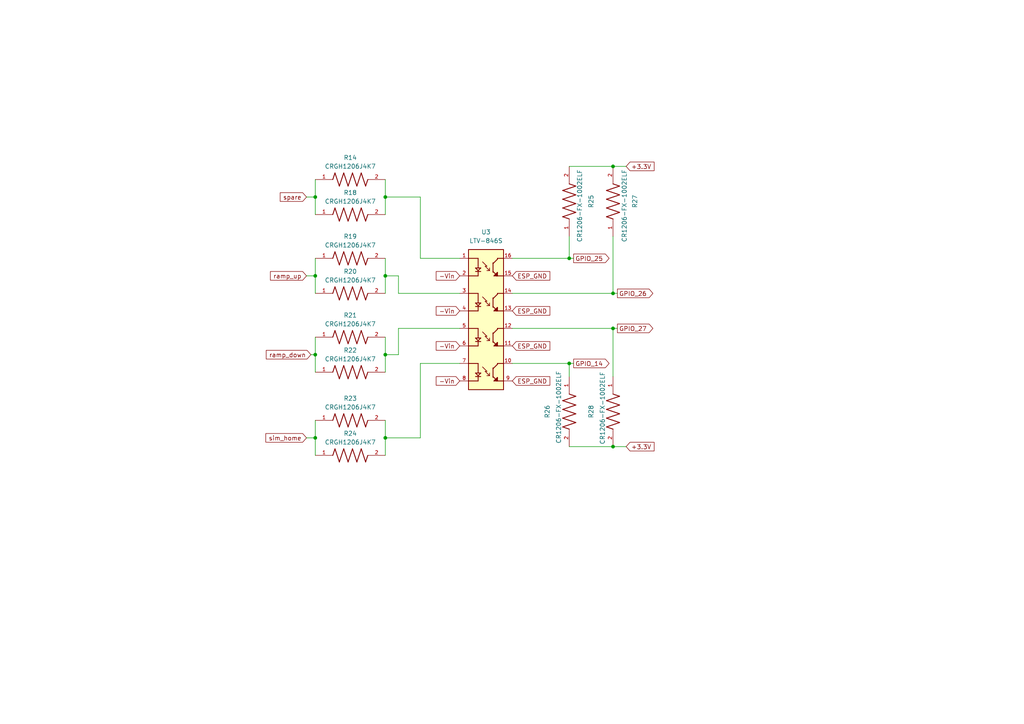
<source format=kicad_sch>
(kicad_sch (version 20250114) (generator "eeschema") (generator_version "9.0")
  (paper "A4")
  (lib_symbols
    (symbol "CR1206-FX-1002ELF:CR1206-FX-1002ELF" (pin_names (offset 1.016))
      (property "Reference" "R" (at -7.6244 2.5415 0))
      (property "Value" "CR1206-FX-1002ELF" (at -7.63 -5.0866 0))
      (symbol "CR1206-FX-1002ELF_0_0"
        (polyline (pts (xy -5.08 0) (xy -4.445 1.905)) (stroke (width 0.254)))
        (polyline (pts (xy -4.445 1.905) (xy -3.175 -1.905)) (stroke (width 0.254)))
        (polyline (pts (xy -3.175 -1.905) (xy -1.905 1.905)) (stroke (width 0.254)))
        (polyline (pts (xy -1.905 1.905) (xy -0.635 -1.905)) (stroke (width 0.254)))
        (polyline (pts (xy -0.635 -1.905) (xy 0.635 1.905)) (stroke (width 0.254)))
        (polyline (pts (xy 0.635 1.905) (xy 1.905 -1.905)) (stroke (width 0.254)))
        (polyline (pts (xy 1.905 -1.905) (xy 3.175 1.905)) (stroke (width 0.254)))
        (polyline (pts (xy 3.175 1.905) (xy 4.445 -1.905)) (stroke (width 0.254)))
        (polyline (pts (xy 4.445 -1.905) (xy 5.08 0)) (stroke (width 0.254)))
        (pin passive line (at -10.16 0 0) (length 5.08) (name "~") (number "1"))
        (pin passive line (at 10.16 0 180) (length 5.08) (name "~") (number "2"))
      )
    )
    (symbol "CRGH1206J4K7:CRGH1206J4K7" (pin_names (offset 1.016))
      (property "Reference" "R" (at -7.6244 2.5415 0))
      (property "Value" "CRGH1206J4K7" (at -7.63 -5.0866 0))
      (symbol "CRGH1206J4K7_0_0"
        (polyline (pts (xy -5.08 0) (xy -4.445 1.905)) (stroke (width 0.254)))
        (polyline (pts (xy -4.445 1.905) (xy -3.175 -1.905)) (stroke (width 0.254)))
        (polyline (pts (xy -3.175 -1.905) (xy -1.905 1.905)) (stroke (width 0.254)))
        (polyline (pts (xy -1.905 1.905) (xy -0.635 -1.905)) (stroke (width 0.254)))
        (polyline (pts (xy -0.635 -1.905) (xy 0.635 1.905)) (stroke (width 0.254)))
        (polyline (pts (xy 0.635 1.905) (xy 1.905 -1.905)) (stroke (width 0.254)))
        (polyline (pts (xy 1.905 -1.905) (xy 3.175 1.905)) (stroke (width 0.254)))
        (polyline (pts (xy 3.175 1.905) (xy 4.445 -1.905)) (stroke (width 0.254)))
        (polyline (pts (xy 4.445 -1.905) (xy 5.08 0)) (stroke (width 0.254)))
        (pin passive line (at -10.16 0 0) (length 5.08) (name "~") (number "1"))
        (pin passive line (at 10.16 0 180) (length 5.08) (name "~") (number "2"))
      )
    )
    (symbol "LTV-846S:LTV-846S" (pin_names (offset 1.016))
      (property "Reference" "U" (at -5.08 21.082 0))
      (property "Value" "LTV-846S" (at -5.08 -22.86 0))
      (symbol "LTV-846S_0_0"
        (polyline (pts (xy -5.08 17.78) (xy -2.286 17.78)) (stroke (width 0.254)))
        (polyline (pts (xy -5.08 7.62) (xy -2.286 7.62)) (stroke (width 0.254)))
        (polyline (pts (xy -5.08 -2.54) (xy -2.286 -2.54)) (stroke (width 0.254)))
        (polyline (pts (xy -5.08 -12.7) (xy -2.286 -12.7)) (stroke (width 0.254)))
        (rectangle (start -5.08 -20.32) (end 5.08 20.32) (stroke (width 0.254)) (fill (type background)))
        (polyline (pts (xy -3.048 14.986) (xy -2.286 14.224)) (stroke (width 0.254)))
        (polyline (pts (xy -3.048 13.97) (xy -1.524 13.97)) (stroke (width 0.254)))
        (polyline (pts (xy -3.048 4.826) (xy -2.286 4.064)) (stroke (width 0.254)))
        (polyline (pts (xy -3.048 3.81) (xy -1.524 3.81)) (stroke (width 0.254)))
        (polyline (pts (xy -3.048 -5.334) (xy -2.286 -6.096)) (stroke (width 0.254)))
        (polyline (pts (xy -3.048 -6.35) (xy -1.524 -6.35)) (stroke (width 0.254)))
        (polyline (pts (xy -3.048 -15.494) (xy -2.286 -16.256)) (stroke (width 0.254)))
        (polyline (pts (xy -3.048 -16.51) (xy -1.524 -16.51)) (stroke (width 0.254)))
        (polyline (pts (xy -2.286 17.78) (xy -2.286 14.986)) (stroke (width 0.254)))
        (polyline (pts (xy -2.286 14.986) (xy -3.048 14.986)) (stroke (width 0.254)))
        (polyline (pts (xy -2.286 14.986) (xy -1.524 14.986)) (stroke (width 0.254)))
        (polyline (pts (xy -2.286 14.224) (xy -1.524 14.986)) (stroke (width 0.254)))
        (polyline (pts (xy -2.286 13.97) (xy -2.286 12.7)) (stroke (width 0.254)))
        (polyline (pts (xy -2.286 12.7) (xy -5.08 12.7)) (stroke (width 0.254)))
        (polyline (pts (xy -2.286 7.62) (xy -2.286 4.826)) (stroke (width 0.254)))
        (polyline (pts (xy -2.286 4.826) (xy -3.048 4.826)) (stroke (width 0.254)))
        (polyline (pts (xy -2.286 4.826) (xy -1.524 4.826)) (stroke (width 0.254)))
        (polyline (pts (xy -2.286 4.064) (xy -1.524 4.826)) (stroke (width 0.254)))
        (polyline (pts (xy -2.286 3.81) (xy -2.286 2.54)) (stroke (width 0.254)))
        (polyline (pts (xy -2.286 2.54) (xy -5.08 2.54)) (stroke (width 0.254)))
        (polyline (pts (xy -2.286 -2.54) (xy -2.286 -5.334)) (stroke (width 0.254)))
        (polyline (pts (xy -2.286 -5.334) (xy -3.048 -5.334)) (stroke (width 0.254)))
        (polyline (pts (xy -2.286 -5.334) (xy -1.524 -5.334)) (stroke (width 0.254)))
        (polyline (pts (xy -2.286 -6.096) (xy -1.524 -5.334)) (stroke (width 0.254)))
        (polyline (pts (xy -2.286 -6.35) (xy -2.286 -7.62)) (stroke (width 0.254)))
        (polyline (pts (xy -2.286 -7.62) (xy -5.08 -7.62)) (stroke (width 0.254)))
        (polyline (pts (xy -2.286 -12.7) (xy -2.286 -15.494)) (stroke (width 0.254)))
        (polyline (pts (xy -2.286 -15.494) (xy -3.048 -15.494)) (stroke (width 0.254)))
        (polyline (pts (xy -2.286 -15.494) (xy -1.524 -15.494)) (stroke (width 0.254)))
        (polyline (pts (xy -2.286 -16.256) (xy -1.524 -15.494)) (stroke (width 0.254)))
        (polyline (pts (xy -2.286 -16.51) (xy -2.286 -17.78)) (stroke (width 0.254)))
        (polyline (pts (xy -2.286 -17.78) (xy -5.08 -17.78)) (stroke (width 0.254)))
        (polyline (pts (xy -1.016 16.764) (xy 0.254 15.494)) (stroke (width 0.2032)))
        (polyline (pts (xy -1.016 6.604) (xy 0.254 5.334)) (stroke (width 0.2032)))
        (polyline (pts (xy -1.016 -3.556) (xy 0.254 -4.826)) (stroke (width 0.2032)))
        (polyline (pts (xy -1.016 -13.716) (xy 0.254 -14.986)) (stroke (width 0.2032)))
        (polyline (pts (xy -0.254 15.494) (xy 1.016 14.224)) (stroke (width 0.2032)))
        (polyline (pts (xy -0.254 5.334) (xy 1.016 4.064)) (stroke (width 0.2032)))
        (polyline (pts (xy -0.254 -4.826) (xy 1.016 -6.096)) (stroke (width 0.2032)))
        (polyline (pts (xy -0.254 -14.986) (xy 1.016 -16.256)) (stroke (width 0.2032)))
        (polyline (pts (xy 0.254 15.494) (xy -0.254 15.494)) (stroke (width 0.2032)))
        (polyline (pts (xy 0.254 5.334) (xy -0.254 5.334)) (stroke (width 0.2032)))
        (polyline (pts (xy 0.254 -4.826) (xy -0.254 -4.826)) (stroke (width 0.2032)))
        (polyline (pts (xy 0.254 -14.986) (xy -0.254 -14.986)) (stroke (width 0.2032)))
        (polyline (pts (xy 1.016 14.224) (xy 0.254 14.224)) (stroke (width 0.2032)))
        (polyline (pts (xy 1.016 14.224) (xy 1.016 14.986)) (stroke (width 0.2032)))
        (polyline (pts (xy 1.016 4.064) (xy 0.254 4.064)) (stroke (width 0.2032)))
        (polyline (pts (xy 1.016 4.064) (xy 1.016 4.826)) (stroke (width 0.2032)))
        (polyline (pts (xy 1.016 -6.096) (xy 0.254 -6.096)) (stroke (width 0.2032)))
        (polyline (pts (xy 1.016 -6.096) (xy 1.016 -5.334)) (stroke (width 0.2032)))
        (polyline (pts (xy 1.016 -16.256) (xy 0.254 -16.256)) (stroke (width 0.2032)))
        (polyline (pts (xy 1.016 -16.256) (xy 1.016 -15.494)) (stroke (width 0.2032)))
        (polyline (pts (xy 2.032 16.256) (xy 2.032 16.51)) (stroke (width 0.254)))
        (polyline (pts (xy 2.032 16.256) (xy 2.032 13.97)) (stroke (width 0.254)))
        (polyline (pts (xy 2.032 13.97) (xy 2.032 13.716)) (stroke (width 0.254)))
        (polyline (pts (xy 2.032 13.97) (xy 3.302 12.7)) (stroke (width 0.254)))
        (polyline (pts (xy 2.032 6.096) (xy 2.032 6.35)) (stroke (width 0.254)))
        (polyline (pts (xy 2.032 6.096) (xy 2.032 3.81)) (stroke (width 0.254)))
        (polyline (pts (xy 2.032 3.81) (xy 2.032 3.556)) (stroke (width 0.254)))
        (polyline (pts (xy 2.032 3.81) (xy 3.302 2.54)) (stroke (width 0.254)))
        (polyline (pts (xy 2.032 -4.064) (xy 2.032 -3.81)) (stroke (width 0.254)))
        (polyline (pts (xy 2.032 -4.064) (xy 2.032 -6.35)) (stroke (width 0.254)))
        (polyline (pts (xy 2.032 -6.35) (xy 2.032 -6.604)) (stroke (width 0.254)))
        (polyline (pts (xy 2.032 -6.35) (xy 3.302 -7.62)) (stroke (width 0.254)))
        (polyline (pts (xy 2.032 -14.224) (xy 2.032 -13.97)) (stroke (width 0.254)))
        (polyline (pts (xy 2.032 -14.224) (xy 2.032 -16.51)) (stroke (width 0.254)))
        (polyline (pts (xy 2.032 -16.51) (xy 2.032 -16.764)) (stroke (width 0.254)))
        (polyline (pts (xy 2.032 -16.51) (xy 3.302 -17.78)) (stroke (width 0.254)))
        (polyline (pts (xy 2.286 12.7) (xy 3.048 12.7)) (stroke (width 0.254)))
        (polyline (pts (xy 2.286 2.54) (xy 3.048 2.54)) (stroke (width 0.254)))
        (polyline (pts (xy 2.286 -7.62) (xy 3.048 -7.62)) (stroke (width 0.254)))
        (polyline (pts (xy 2.286 -17.78) (xy 3.048 -17.78)) (stroke (width 0.254)))
        (polyline (pts (xy 2.54 12.954) (xy 2.286 12.7)) (stroke (width 0.254)))
        (polyline (pts (xy 2.54 12.954) (xy 2.794 12.954)) (stroke (width 0.254)))
        (polyline (pts (xy 2.54 2.794) (xy 2.286 2.54)) (stroke (width 0.254)))
        (polyline (pts (xy 2.54 2.794) (xy 2.794 2.794)) (stroke (width 0.254)))
        (polyline (pts (xy 2.54 -7.366) (xy 2.286 -7.62)) (stroke (width 0.254)))
        (polyline (pts (xy 2.54 -7.366) (xy 2.794 -7.366)) (stroke (width 0.254)))
        (polyline (pts (xy 2.54 -17.526) (xy 2.286 -17.78)) (stroke (width 0.254)))
        (polyline (pts (xy 2.54 -17.526) (xy 2.794 -17.526)) (stroke (width 0.254)))
        (polyline (pts (xy 2.794 12.954) (xy 3.048 12.7)) (stroke (width 0.254)))
        (polyline (pts (xy 2.794 2.794) (xy 3.048 2.54)) (stroke (width 0.254)))
        (polyline (pts (xy 2.794 -7.366) (xy 3.048 -7.62)) (stroke (width 0.254)))
        (polyline (pts (xy 2.794 -17.526) (xy 3.048 -17.78)) (stroke (width 0.254)))
        (polyline (pts (xy 3.048 13.208) (xy 2.794 12.954)) (stroke (width 0.254)))
        (polyline (pts (xy 3.048 13.208) (xy 3.302 13.462)) (stroke (width 0.254)))
        (polyline (pts (xy 3.048 12.7) (xy 3.048 13.208)) (stroke (width 0.254)))
        (polyline (pts (xy 3.048 12.7) (xy 3.302 12.7)) (stroke (width 0.254)))
        (polyline (pts (xy 3.048 3.048) (xy 2.794 2.794)) (stroke (width 0.254)))
        (polyline (pts (xy 3.048 3.048) (xy 3.302 3.302)) (stroke (width 0.254)))
        (polyline (pts (xy 3.048 2.54) (xy 3.048 3.048)) (stroke (width 0.254)))
        (polyline (pts (xy 3.048 2.54) (xy 3.302 2.54)) (stroke (width 0.254)))
        (polyline (pts (xy 3.048 -7.112) (xy 2.794 -7.366)) (stroke (width 0.254)))
        (polyline (pts (xy 3.048 -7.112) (xy 3.302 -6.858)) (stroke (width 0.254)))
        (polyline (pts (xy 3.048 -7.62) (xy 3.048 -7.112)) (stroke (width 0.254)))
        (polyline (pts (xy 3.048 -7.62) (xy 3.302 -7.62)) (stroke (width 0.254)))
        (polyline (pts (xy 3.048 -17.272) (xy 2.794 -17.526)) (stroke (width 0.254)))
        (polyline (pts (xy 3.048 -17.272) (xy 3.302 -17.018)) (stroke (width 0.254)))
        (polyline (pts (xy 3.048 -17.78) (xy 3.048 -17.272)) (stroke (width 0.254)))
        (polyline (pts (xy 3.048 -17.78) (xy 3.302 -17.78)) (stroke (width 0.254)))
        (polyline (pts (xy 3.302 17.78) (xy 3.302 17.526)) (stroke (width 0.254)))
        (polyline (pts (xy 3.302 17.526) (xy 2.032 16.256)) (stroke (width 0.254)))
        (polyline (pts (xy 3.302 13.716) (xy 2.54 12.954)) (stroke (width 0.254)))
        (polyline (pts (xy 3.302 13.462) (xy 3.302 13.716)) (stroke (width 0.254)))
        (polyline (pts (xy 3.302 12.954) (xy 3.048 13.208)) (stroke (width 0.254)))
        (polyline (pts (xy 3.302 12.954) (xy 3.302 13.462)) (stroke (width 0.254)))
        (polyline (pts (xy 3.302 12.7) (xy 3.302 12.954)) (stroke (width 0.254)))
        (polyline (pts (xy 3.302 12.7) (xy 5.08 12.7)) (stroke (width 0.254)))
        (polyline (pts (xy 3.302 7.62) (xy 3.302 7.366)) (stroke (width 0.254)))
        (polyline (pts (xy 3.302 7.366) (xy 2.032 6.096)) (stroke (width 0.254)))
        (polyline (pts (xy 3.302 3.556) (xy 2.54 2.794)) (stroke (width 0.254)))
        (polyline (pts (xy 3.302 3.302) (xy 3.302 3.556)) (stroke (width 0.254)))
        (polyline (pts (xy 3.302 2.794) (xy 3.048 3.048)) (stroke (width 0.254)))
        (polyline (pts (xy 3.302 2.794) (xy 3.302 3.302)) (stroke (width 0.254)))
        (polyline (pts (xy 3.302 2.54) (xy 3.302 2.794)) (stroke (width 0.254)))
        (polyline (pts (xy 3.302 2.54) (xy 5.08 2.54)) (stroke (width 0.254)))
        (polyline (pts (xy 3.302 -2.54) (xy 3.302 -2.794)) (stroke (width 0.254)))
        (polyline (pts (xy 3.302 -2.794) (xy 2.032 -4.064)) (stroke (width 0.254)))
        (polyline (pts (xy 3.302 -6.604) (xy 2.54 -7.366)) (stroke (width 0.254)))
        (polyline (pts (xy 3.302 -6.858) (xy 3.302 -6.604)) (stroke (width 0.254)))
        (polyline (pts (xy 3.302 -7.366) (xy 3.048 -7.112)) (stroke (width 0.254)))
        (polyline (pts (xy 3.302 -7.366) (xy 3.302 -6.858)) (stroke (width 0.254)))
        (polyline (pts (xy 3.302 -7.62) (xy 3.302 -7.366)) (stroke (width 0.254)))
        (polyline (pts (xy 3.302 -7.62) (xy 5.08 -7.62)) (stroke (width 0.254)))
        (polyline (pts (xy 3.302 -12.7) (xy 3.302 -12.954)) (stroke (width 0.254)))
        (polyline (pts (xy 3.302 -12.954) (xy 2.032 -14.224)) (stroke (width 0.254)))
        (polyline (pts (xy 3.302 -16.764) (xy 2.54 -17.526)) (stroke (width 0.254)))
        (polyline (pts (xy 3.302 -17.018) (xy 3.302 -16.764)) (stroke (width 0.254)))
        (polyline (pts (xy 3.302 -17.526) (xy 3.048 -17.272)) (stroke (width 0.254)))
        (polyline (pts (xy 3.302 -17.526) (xy 3.302 -17.018)) (stroke (width 0.254)))
        (polyline (pts (xy 3.302 -17.78) (xy 3.302 -17.526)) (stroke (width 0.254)))
        (polyline (pts (xy 3.302 -17.78) (xy 5.08 -17.78)) (stroke (width 0.254)))
        (polyline (pts (xy 5.08 17.78) (xy 3.302 17.78)) (stroke (width 0.254)))
        (polyline (pts (xy 5.08 7.62) (xy 3.302 7.62)) (stroke (width 0.254)))
        (polyline (pts (xy 5.08 -2.54) (xy 3.302 -2.54)) (stroke (width 0.254)))
        (polyline (pts (xy 5.08 -12.7) (xy 3.302 -12.7)) (stroke (width 0.254)))
        (pin passive line (at -7.62 17.78 0) (length 2.54) (name "~") (number "1"))
        (pin passive line (at -7.62 12.7 0) (length 2.54) (name "~") (number "2"))
        (pin passive line (at -7.62 7.62 0) (length 2.54) (name "~") (number "3"))
        (pin passive line (at -7.62 2.54 0) (length 2.54) (name "~") (number "4"))
        (pin passive line (at -7.62 -2.54 0) (length 2.54) (name "~") (number "5"))
        (pin passive line (at -7.62 -7.62 0) (length 2.54) (name "~") (number "6"))
        (pin passive line (at -7.62 -12.7 0) (length 2.54) (name "~") (number "7"))
        (pin passive line (at -7.62 -17.78 0) (length 2.54) (name "~") (number "8"))
        (pin passive line (at 7.62 17.78 180) (length 2.54) (name "~") (number "16"))
        (pin passive line (at 7.62 12.7 180) (length 2.54) (name "~") (number "15"))
        (pin passive line (at 7.62 7.62 180) (length 2.54) (name "~") (number "14"))
        (pin passive line (at 7.62 2.54 180) (length 2.54) (name "~") (number "13"))
        (pin passive line (at 7.62 -2.54 180) (length 2.54) (name "~") (number "12"))
        (pin passive line (at 7.62 -7.62 180) (length 2.54) (name "~") (number "11"))
        (pin passive line (at 7.62 -12.7 180) (length 2.54) (name "~") (number "10"))
        (pin passive line (at 7.62 -17.78 180) (length 2.54) (name "~") (number "9"))
      )
    )
  )
  (junction (at 177.8 85.09))
  (junction (at 111.76 102.87))
  (junction (at 165.1 74.93))
  (junction (at 177.8 95.25))
  (junction (at 91.44 80.01))
  (junction (at 91.44 57.15))
  (junction (at 111.76 80.01))
  (junction (at 177.8 129.54))
  (junction (at 111.76 57.15))
  (junction (at 111.76 127))
  (junction (at 177.8 48.26))
  (junction (at 91.44 102.87))
  (junction (at 91.44 127))
  (junction (at 165.1 105.41))
  (wire (pts (xy 111.76 80.01) (xy 115.57 80.01)))
  (wire (pts (xy 121.92 127) (xy 121.92 105.41)))
  (wire (pts (xy 91.44 57.15) (xy 91.44 62.23)))
  (wire (pts (xy 121.92 57.15) (xy 121.92 74.93)))
  (wire (pts (xy 177.8 48.26) (xy 181.61 48.26)))
  (wire (pts (xy 91.44 127) (xy 91.44 132.08)))
  (wire (pts (xy 91.44 74.93) (xy 91.44 80.01)))
  (wire (pts (xy 88.9 80.01) (xy 91.44 80.01)))
  (wire (pts (xy 91.44 102.87) (xy 91.44 107.95)))
  (wire (pts (xy 111.76 57.15) (xy 111.76 62.23)))
  (wire (pts (xy 91.44 121.92) (xy 91.44 127)))
  (wire (pts (xy 165.1 48.26) (xy 177.8 48.26)))
  (wire (pts (xy 121.92 74.93) (xy 133.35 74.93)))
  (wire (pts (xy 165.1 129.54) (xy 177.8 129.54)))
  (wire (pts (xy 90.17 102.87) (xy 91.44 102.87)))
  (wire (pts (xy 177.8 95.25) (xy 179.07 95.25)))
  (wire (pts (xy 165.1 68.58) (xy 165.1 74.93)))
  (wire (pts (xy 121.92 105.41) (xy 133.35 105.41)))
  (wire (pts (xy 111.76 102.87) (xy 115.57 102.87)))
  (wire (pts (xy 177.8 68.58) (xy 177.8 85.09)))
  (wire (pts (xy 177.8 95.25) (xy 177.8 109.22)))
  (wire (pts (xy 111.76 97.79) (xy 111.76 102.87)))
  (wire (pts (xy 148.59 105.41) (xy 165.1 105.41)))
  (wire (pts (xy 111.76 80.01) (xy 111.76 85.09)))
  (wire (pts (xy 177.8 129.54) (xy 181.61 129.54)))
  (wire (pts (xy 148.59 85.09) (xy 177.8 85.09)))
  (wire (pts (xy 115.57 95.25) (xy 133.35 95.25)))
  (wire (pts (xy 91.44 97.79) (xy 91.44 102.87)))
  (wire (pts (xy 88.9 127) (xy 91.44 127)))
  (wire (pts (xy 111.76 127) (xy 121.92 127)))
  (wire (pts (xy 165.1 109.22) (xy 165.1 105.41)))
  (wire (pts (xy 88.9 57.15) (xy 91.44 57.15)))
  (wire (pts (xy 115.57 80.01) (xy 115.57 85.09)))
  (wire (pts (xy 115.57 85.09) (xy 133.35 85.09)))
  (wire (pts (xy 91.44 80.01) (xy 91.44 85.09)))
  (wire (pts (xy 177.8 85.09) (xy 179.07 85.09)))
  (wire (pts (xy 111.76 127) (xy 111.76 132.08)))
  (wire (pts (xy 91.44 52.07) (xy 91.44 57.15)))
  (wire (pts (xy 111.76 52.07) (xy 111.76 57.15)))
  (wire (pts (xy 111.76 102.87) (xy 111.76 107.95)))
  (wire (pts (xy 111.76 57.15) (xy 121.92 57.15)))
  (wire (pts (xy 165.1 105.41) (xy 166.37 105.41)))
  (wire (pts (xy 165.1 74.93) (xy 166.37 74.93)))
  (wire (pts (xy 148.59 95.25) (xy 177.8 95.25)))
  (wire (pts (xy 111.76 121.92) (xy 111.76 127)))
  (wire (pts (xy 115.57 102.87) (xy 115.57 95.25)))
  (wire (pts (xy 148.59 74.93) (xy 165.1 74.93)))
  (wire (pts (xy 111.76 74.93) (xy 111.76 80.01)))
  (global_label "-Vin" (shape input) (at 133.35 80.01 180) (property "Intersheetrefs" "${INTERSHEET_REFS}" (effects (hide yes))))
  (global_label "-Vin" (shape input) (at 133.35 110.49 180) (property "Intersheetrefs" "${INTERSHEET_REFS}" (effects (hide yes))))
  (global_label "sim_home" (shape input) (at 88.9 127 180) (property "Intersheetrefs" "${INTERSHEET_REFS}" (effects (hide yes))))
  (global_label "-Vin" (shape input) (at 133.35 90.17 180) (property "Intersheetrefs" "${INTERSHEET_REFS}" (effects (hide yes))))
  (global_label "+3.3V" (shape input) (at 181.61 129.54 0) (property "Intersheetrefs" "${INTERSHEET_REFS}" (effects (hide yes))))
  (global_label "GPIO_26" (shape output) (at 179.07 85.09 0) (property "Intersheetrefs" "${INTERSHEET_REFS}" (effects (hide yes))))
  (global_label "ESP_GND" (shape input) (at 148.59 80.01 0) (property "Intersheetrefs" "${INTERSHEET_REFS}" (effects (hide yes))))
  (global_label "GPIO_27" (shape output) (at 179.07 95.25 0) (property "Intersheetrefs" "${INTERSHEET_REFS}" (effects (hide yes))))
  (global_label "ESP_GND" (shape input) (at 148.59 90.17 0) (property "Intersheetrefs" "${INTERSHEET_REFS}" (effects (hide yes))))
  (global_label "ESP_GND" (shape input) (at 148.59 100.33 0) (property "Intersheetrefs" "${INTERSHEET_REFS}" (effects (hide yes))))
  (global_label "+3.3V" (shape input) (at 181.61 48.26 0) (property "Intersheetrefs" "${INTERSHEET_REFS}" (effects (hide yes))))
  (global_label "ramp_down" (shape input) (at 90.17 102.87 180) (property "Intersheetrefs" "${INTERSHEET_REFS}" (effects (hide yes))))
  (global_label "GPIO_14" (shape output) (at 166.37 105.41 0) (property "Intersheetrefs" "${INTERSHEET_REFS}" (effects (hide yes))))
  (global_label "GPIO_25" (shape output) (at 166.37 74.93 0) (property "Intersheetrefs" "${INTERSHEET_REFS}" (effects (hide yes))))
  (global_label "ESP_GND" (shape input) (at 148.59 110.49 0) (property "Intersheetrefs" "${INTERSHEET_REFS}" (effects (hide yes))))
  (global_label "ramp_up" (shape input) (at 88.9 80.01 180) (property "Intersheetrefs" "${INTERSHEET_REFS}" (effects (hide yes))))
  (global_label "-Vin" (shape input) (at 133.35 100.33 180) (property "Intersheetrefs" "${INTERSHEET_REFS}" (effects (hide yes))))
  (global_label "spare" (shape input) (at 88.9 57.15 180) (property "Intersheetrefs" "${INTERSHEET_REFS}" (effects (hide yes))))
  (symbol (lib_id "CRGH1206J4K7:CRGH1206J4K7") (at 101.6 85.09 0) (unit 1)
    (property "Reference" "R20" (at 101.6 78.74 0))
    (property "Value" "CRGH1206J4K7" (at 101.6 81.28 0))
    (property "Footprint" "footprints:RESC3015X65N" (effects (hide yes)))
  )
  (symbol (lib_id "CRGH1206J4K7:CRGH1206J4K7") (at 101.6 62.23 0) (unit 1)
    (property "Reference" "R18" (at 101.6 55.88 0))
    (property "Value" "CRGH1206J4K7" (at 101.6 58.42 0))
    (property "Footprint" "footprints:RESC3115X65N" (effects (hide yes)))
  )
  (symbol (lib_id "CRGH1206J4K7:CRGH1206J4K7") (at 101.6 97.79 0) (unit 1)
    (property "Reference" "R21" (at 101.6 91.44 0))
    (property "Value" "CRGH1206J4K7" (at 101.6 93.98 0))
    (property "Footprint" "footprints:RESC3115X65N" (effects (hide yes)))
  )
  (symbol (lib_id "CRGH1206J4K7:CRGH1206J4K7") (at 101.6 107.95 0) (unit 1)
    (property "Reference" "R22" (at 101.6 101.6 0))
    (property "Value" "CRGH1206J4K7" (at 101.6 104.14 0))
    (property "Footprint" "footprints:RESC3115X65N" (effects (hide yes)))
  )
  (symbol (lib_id "CR1206-FX-1002ELF:CR1206-FX-1002ELF") (at 165.1 119.38 270) (unit 1)
    (property "Reference" "R26" (at 158.75 119.38 0))
    (property "Value" "CR1206-FX-1002ELF" (at 162.052 118.11 0))
    (property "Footprint" "footprints:RESC3216X75N" (effects (hide yes)))
  )
  (symbol (lib_id "CRGH1206J4K7:CRGH1206J4K7") (at 101.6 52.07 0) (unit 1)
    (property "Reference" "R14" (at 101.6 45.72 0))
    (property "Value" "CRGH1206J4K7" (at 101.6 48.26 0))
    (property "Footprint" "footprints:RESC3115X65N" (effects (hide yes)))
  )
  (symbol (lib_id "CR1206-FX-1002ELF:CR1206-FX-1002ELF") (at 177.8 58.42 90) (unit 1)
    (property "Reference" "R27" (at 184.15 58.42 0))
    (property "Value" "CR1206-FX-1002ELF" (at 181.102 59.69 0))
    (property "Footprint" "footprints:RESC3216X75N" (effects (hide yes)))
  )
  (symbol (lib_id "CRGH1206J4K7:CRGH1206J4K7") (at 101.6 121.92 0) (unit 1)
    (property "Reference" "R23" (at 101.6 115.57 0))
    (property "Value" "CRGH1206J4K7" (at 101.6 118.11 0))
    (property "Footprint" "footprints:RESC3115X65N" (effects (hide yes)))
  )
  (symbol (lib_id "CRGH1206J4K7:CRGH1206J4K7") (at 101.6 74.93 0) (unit 1)
    (property "Reference" "R19" (at 101.6 68.58 0))
    (property "Value" "CRGH1206J4K7" (at 101.6 71.12 0))
    (property "Footprint" "footprints:RESC3115X65N" (effects (hide yes)))
  )
  (symbol (lib_id "CR1206-FX-1002ELF:CR1206-FX-1002ELF") (at 177.8 119.38 270) (unit 1)
    (property "Reference" "R28" (at 171.45 119.38 0))
    (property "Value" "CR1206-FX-1002ELF" (at 174.752 118.364 0))
    (property "Footprint" "footprints:RESC3216X75N" (effects (hide yes)))
  )
  (symbol (lib_id "CRGH1206J4K7:CRGH1206J4K7") (at 101.6 132.08 0) (unit 1)
    (property "Reference" "R24" (at 101.6 125.73 0))
    (property "Value" "CRGH1206J4K7" (at 101.6 128.27 0))
    (property "Footprint" "footprints:RESC3115X65N" (effects (hide yes)))
  )
  (symbol (lib_id "CR1206-FX-1002ELF:CR1206-FX-1002ELF") (at 165.1 58.42 90) (unit 1)
    (property "Reference" "R25" (at 171.45 58.42 0))
    (property "Value" "CR1206-FX-1002ELF" (at 168.148 59.69 0))
    (property "Footprint" "footprints:RESC3216X75N" (effects (hide yes)))
  )
  (symbol (lib_id "LTV-846S:LTV-846S") (at 140.97 92.71 0) (unit 1)
    (property "Reference" "U3" (at 140.97 67.31 0))
    (property "Value" "LTV-846S" (at 140.97 69.85 0))
    (property "Footprint" "footprints:SOIC254P1016X460-16N" (effects (hide yes)))
    (property "PARTREV" "H" (effects (hide yes)))
    (property "MANUFACTURER" "Lite-on" (effects (hide yes)))
    (property "MAXIMUM_PACKAGE_HEIGHT" "4.6mm" (effects (hide yes)))
    (property "STANDARD" "IPC-7351B" (effects (hide yes)))
  )
)
</source>
